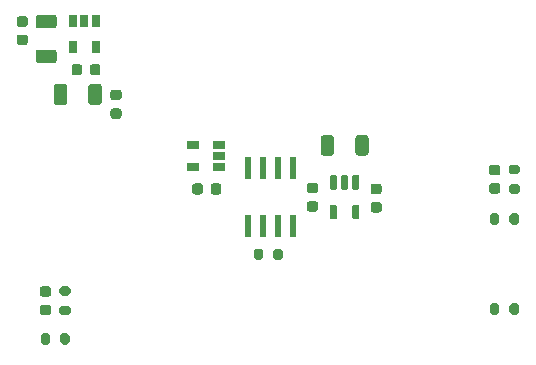
<source format=gbr>
%TF.GenerationSoftware,KiCad,Pcbnew,(5.1.10)-1*%
%TF.CreationDate,2022-09-18T09:06:00-05:00*%
%TF.ProjectId,digi_pot_tracer,64696769-5f70-46f7-945f-747261636572,A*%
%TF.SameCoordinates,Original*%
%TF.FileFunction,Paste,Top*%
%TF.FilePolarity,Positive*%
%FSLAX46Y46*%
G04 Gerber Fmt 4.6, Leading zero omitted, Abs format (unit mm)*
G04 Created by KiCad (PCBNEW (5.1.10)-1) date 2022-09-18 09:06:00*
%MOMM*%
%LPD*%
G01*
G04 APERTURE LIST*
%ADD10R,0.558800X1.981200*%
%ADD11R,1.060000X0.650000*%
%ADD12R,0.650000X1.060000*%
G04 APERTURE END LIST*
D10*
%TO.C,U4*%
X178943000Y-74625200D03*
X180213000Y-74625200D03*
X181483000Y-74625200D03*
X182753000Y-74625200D03*
X182753000Y-79552800D03*
X181483000Y-79552800D03*
X180213000Y-79552800D03*
X178943000Y-79552800D03*
%TD*%
%TO.C,U1*%
G36*
G01*
X187875000Y-77740500D02*
X188288000Y-77740500D01*
G75*
G02*
X188376500Y-77829000I0J-88500D01*
G01*
X188376500Y-78862000D01*
G75*
G02*
X188288000Y-78950500I-88500J0D01*
G01*
X187875000Y-78950500D01*
G75*
G02*
X187786500Y-78862000I0J88500D01*
G01*
X187786500Y-77829000D01*
G75*
G02*
X187875000Y-77740500I88500J0D01*
G01*
G37*
G36*
G01*
X185975000Y-77740500D02*
X186388000Y-77740500D01*
G75*
G02*
X186476500Y-77829000I0J-88500D01*
G01*
X186476500Y-78862000D01*
G75*
G02*
X186388000Y-78950500I-88500J0D01*
G01*
X185975000Y-78950500D01*
G75*
G02*
X185886500Y-78862000I0J88500D01*
G01*
X185886500Y-77829000D01*
G75*
G02*
X185975000Y-77740500I88500J0D01*
G01*
G37*
G36*
G01*
X185975000Y-75230500D02*
X186388000Y-75230500D01*
G75*
G02*
X186476500Y-75319000I0J-88500D01*
G01*
X186476500Y-76352000D01*
G75*
G02*
X186388000Y-76440500I-88500J0D01*
G01*
X185975000Y-76440500D01*
G75*
G02*
X185886500Y-76352000I0J88500D01*
G01*
X185886500Y-75319000D01*
G75*
G02*
X185975000Y-75230500I88500J0D01*
G01*
G37*
G36*
G01*
X186925000Y-75230500D02*
X187338000Y-75230500D01*
G75*
G02*
X187426500Y-75319000I0J-88500D01*
G01*
X187426500Y-76352000D01*
G75*
G02*
X187338000Y-76440500I-88500J0D01*
G01*
X186925000Y-76440500D01*
G75*
G02*
X186836500Y-76352000I0J88500D01*
G01*
X186836500Y-75319000D01*
G75*
G02*
X186925000Y-75230500I88500J0D01*
G01*
G37*
G36*
G01*
X187875000Y-75230500D02*
X188288000Y-75230500D01*
G75*
G02*
X188376500Y-75319000I0J-88500D01*
G01*
X188376500Y-76352000D01*
G75*
G02*
X188288000Y-76440500I-88500J0D01*
G01*
X187875000Y-76440500D01*
G75*
G02*
X187786500Y-76352000I0J88500D01*
G01*
X187786500Y-75319000D01*
G75*
G02*
X187875000Y-75230500I88500J0D01*
G01*
G37*
%TD*%
%TO.C,R7*%
G36*
G01*
X201085000Y-79205500D02*
X201085000Y-78655500D01*
G75*
G02*
X201285000Y-78455500I200000J0D01*
G01*
X201685000Y-78455500D01*
G75*
G02*
X201885000Y-78655500I0J-200000D01*
G01*
X201885000Y-79205500D01*
G75*
G02*
X201685000Y-79405500I-200000J0D01*
G01*
X201285000Y-79405500D01*
G75*
G02*
X201085000Y-79205500I0J200000D01*
G01*
G37*
G36*
G01*
X199435000Y-79205500D02*
X199435000Y-78655500D01*
G75*
G02*
X199635000Y-78455500I200000J0D01*
G01*
X200035000Y-78455500D01*
G75*
G02*
X200235000Y-78655500I0J-200000D01*
G01*
X200235000Y-79205500D01*
G75*
G02*
X200035000Y-79405500I-200000J0D01*
G01*
X199635000Y-79405500D01*
G75*
G02*
X199435000Y-79205500I0J200000D01*
G01*
G37*
%TD*%
%TO.C,R6*%
G36*
G01*
X201085000Y-86825500D02*
X201085000Y-86275500D01*
G75*
G02*
X201285000Y-86075500I200000J0D01*
G01*
X201685000Y-86075500D01*
G75*
G02*
X201885000Y-86275500I0J-200000D01*
G01*
X201885000Y-86825500D01*
G75*
G02*
X201685000Y-87025500I-200000J0D01*
G01*
X201285000Y-87025500D01*
G75*
G02*
X201085000Y-86825500I0J200000D01*
G01*
G37*
G36*
G01*
X199435000Y-86825500D02*
X199435000Y-86275500D01*
G75*
G02*
X199635000Y-86075500I200000J0D01*
G01*
X200035000Y-86075500D01*
G75*
G02*
X200235000Y-86275500I0J-200000D01*
G01*
X200235000Y-86825500D01*
G75*
G02*
X200035000Y-87025500I-200000J0D01*
G01*
X199635000Y-87025500D01*
G75*
G02*
X199435000Y-86825500I0J200000D01*
G01*
G37*
%TD*%
%TO.C,R5*%
G36*
G01*
X162198500Y-88815500D02*
X162198500Y-89365500D01*
G75*
G02*
X161998500Y-89565500I-200000J0D01*
G01*
X161598500Y-89565500D01*
G75*
G02*
X161398500Y-89365500I0J200000D01*
G01*
X161398500Y-88815500D01*
G75*
G02*
X161598500Y-88615500I200000J0D01*
G01*
X161998500Y-88615500D01*
G75*
G02*
X162198500Y-88815500I0J-200000D01*
G01*
G37*
G36*
G01*
X163848500Y-88815500D02*
X163848500Y-89365500D01*
G75*
G02*
X163648500Y-89565500I-200000J0D01*
G01*
X163248500Y-89565500D01*
G75*
G02*
X163048500Y-89365500I0J200000D01*
G01*
X163048500Y-88815500D01*
G75*
G02*
X163248500Y-88615500I200000J0D01*
G01*
X163648500Y-88615500D01*
G75*
G02*
X163848500Y-88815500I0J-200000D01*
G01*
G37*
%TD*%
D11*
%TO.C,U3*%
X174310500Y-74570500D03*
X174310500Y-72670500D03*
X176510500Y-72670500D03*
X176510500Y-73620500D03*
X176510500Y-74570500D03*
%TD*%
D12*
%TO.C,U2*%
X166050000Y-64409500D03*
X164150000Y-64409500D03*
X164150000Y-62209500D03*
X165100000Y-62209500D03*
X166050000Y-62209500D03*
%TD*%
%TO.C,R4*%
G36*
G01*
X180232500Y-81640000D02*
X180232500Y-82190000D01*
G75*
G02*
X180032500Y-82390000I-200000J0D01*
G01*
X179632500Y-82390000D01*
G75*
G02*
X179432500Y-82190000I0J200000D01*
G01*
X179432500Y-81640000D01*
G75*
G02*
X179632500Y-81440000I200000J0D01*
G01*
X180032500Y-81440000D01*
G75*
G02*
X180232500Y-81640000I0J-200000D01*
G01*
G37*
G36*
G01*
X181882500Y-81640000D02*
X181882500Y-82190000D01*
G75*
G02*
X181682500Y-82390000I-200000J0D01*
G01*
X181282500Y-82390000D01*
G75*
G02*
X181082500Y-82190000I0J200000D01*
G01*
X181082500Y-81640000D01*
G75*
G02*
X181282500Y-81440000I200000J0D01*
G01*
X181682500Y-81440000D01*
G75*
G02*
X181882500Y-81640000I0J-200000D01*
G01*
G37*
%TD*%
%TO.C,R3*%
G36*
G01*
X163724000Y-85427000D02*
X163174000Y-85427000D01*
G75*
G02*
X162974000Y-85227000I0J200000D01*
G01*
X162974000Y-84827000D01*
G75*
G02*
X163174000Y-84627000I200000J0D01*
G01*
X163724000Y-84627000D01*
G75*
G02*
X163924000Y-84827000I0J-200000D01*
G01*
X163924000Y-85227000D01*
G75*
G02*
X163724000Y-85427000I-200000J0D01*
G01*
G37*
G36*
G01*
X163724000Y-87077000D02*
X163174000Y-87077000D01*
G75*
G02*
X162974000Y-86877000I0J200000D01*
G01*
X162974000Y-86477000D01*
G75*
G02*
X163174000Y-86277000I200000J0D01*
G01*
X163724000Y-86277000D01*
G75*
G02*
X163924000Y-86477000I0J-200000D01*
G01*
X163924000Y-86877000D01*
G75*
G02*
X163724000Y-87077000I-200000J0D01*
G01*
G37*
%TD*%
%TO.C,R2*%
G36*
G01*
X201760500Y-75140000D02*
X201210500Y-75140000D01*
G75*
G02*
X201010500Y-74940000I0J200000D01*
G01*
X201010500Y-74540000D01*
G75*
G02*
X201210500Y-74340000I200000J0D01*
G01*
X201760500Y-74340000D01*
G75*
G02*
X201960500Y-74540000I0J-200000D01*
G01*
X201960500Y-74940000D01*
G75*
G02*
X201760500Y-75140000I-200000J0D01*
G01*
G37*
G36*
G01*
X201760500Y-76790000D02*
X201210500Y-76790000D01*
G75*
G02*
X201010500Y-76590000I0J200000D01*
G01*
X201010500Y-76190000D01*
G75*
G02*
X201210500Y-75990000I200000J0D01*
G01*
X201760500Y-75990000D01*
G75*
G02*
X201960500Y-76190000I0J-200000D01*
G01*
X201960500Y-76590000D01*
G75*
G02*
X201760500Y-76790000I-200000J0D01*
G01*
G37*
%TD*%
%TO.C,R1*%
G36*
G01*
X188034500Y-73332502D02*
X188034500Y-72082498D01*
G75*
G02*
X188284498Y-71832500I249998J0D01*
G01*
X188909502Y-71832500D01*
G75*
G02*
X189159500Y-72082498I0J-249998D01*
G01*
X189159500Y-73332502D01*
G75*
G02*
X188909502Y-73582500I-249998J0D01*
G01*
X188284498Y-73582500D01*
G75*
G02*
X188034500Y-73332502I0J249998D01*
G01*
G37*
G36*
G01*
X185109500Y-73332502D02*
X185109500Y-72082498D01*
G75*
G02*
X185359498Y-71832500I249998J0D01*
G01*
X185984502Y-71832500D01*
G75*
G02*
X186234500Y-72082498I0J-249998D01*
G01*
X186234500Y-73332502D01*
G75*
G02*
X185984502Y-73582500I-249998J0D01*
G01*
X185359498Y-73582500D01*
G75*
G02*
X185109500Y-73332502I0J249998D01*
G01*
G37*
%TD*%
%TO.C,FB1*%
G36*
G01*
X167510750Y-69565000D02*
X168023250Y-69565000D01*
G75*
G02*
X168242000Y-69783750I0J-218750D01*
G01*
X168242000Y-70221250D01*
G75*
G02*
X168023250Y-70440000I-218750J0D01*
G01*
X167510750Y-70440000D01*
G75*
G02*
X167292000Y-70221250I0J218750D01*
G01*
X167292000Y-69783750D01*
G75*
G02*
X167510750Y-69565000I218750J0D01*
G01*
G37*
G36*
G01*
X167510750Y-67990000D02*
X168023250Y-67990000D01*
G75*
G02*
X168242000Y-68208750I0J-218750D01*
G01*
X168242000Y-68646250D01*
G75*
G02*
X168023250Y-68865000I-218750J0D01*
G01*
X167510750Y-68865000D01*
G75*
G02*
X167292000Y-68646250I0J218750D01*
G01*
X167292000Y-68208750D01*
G75*
G02*
X167510750Y-67990000I218750J0D01*
G01*
G37*
%TD*%
%TO.C,C9*%
G36*
G01*
X162048000Y-85527000D02*
X161548000Y-85527000D01*
G75*
G02*
X161323000Y-85302000I0J225000D01*
G01*
X161323000Y-84852000D01*
G75*
G02*
X161548000Y-84627000I225000J0D01*
G01*
X162048000Y-84627000D01*
G75*
G02*
X162273000Y-84852000I0J-225000D01*
G01*
X162273000Y-85302000D01*
G75*
G02*
X162048000Y-85527000I-225000J0D01*
G01*
G37*
G36*
G01*
X162048000Y-87077000D02*
X161548000Y-87077000D01*
G75*
G02*
X161323000Y-86852000I0J225000D01*
G01*
X161323000Y-86402000D01*
G75*
G02*
X161548000Y-86177000I225000J0D01*
G01*
X162048000Y-86177000D01*
G75*
G02*
X162273000Y-86402000I0J-225000D01*
G01*
X162273000Y-86852000D01*
G75*
G02*
X162048000Y-87077000I-225000J0D01*
G01*
G37*
%TD*%
%TO.C,C8*%
G36*
G01*
X161211499Y-64590500D02*
X162511501Y-64590500D01*
G75*
G02*
X162761500Y-64840499I0J-249999D01*
G01*
X162761500Y-65490501D01*
G75*
G02*
X162511501Y-65740500I-249999J0D01*
G01*
X161211499Y-65740500D01*
G75*
G02*
X160961500Y-65490501I0J249999D01*
G01*
X160961500Y-64840499D01*
G75*
G02*
X161211499Y-64590500I249999J0D01*
G01*
G37*
G36*
G01*
X161211499Y-61640500D02*
X162511501Y-61640500D01*
G75*
G02*
X162761500Y-61890499I0J-249999D01*
G01*
X162761500Y-62540501D01*
G75*
G02*
X162511501Y-62790500I-249999J0D01*
G01*
X161211499Y-62790500D01*
G75*
G02*
X160961500Y-62540501I0J249999D01*
G01*
X160961500Y-61890499D01*
G75*
G02*
X161211499Y-61640500I249999J0D01*
G01*
G37*
%TD*%
%TO.C,C7*%
G36*
G01*
X159579500Y-63317000D02*
X160079500Y-63317000D01*
G75*
G02*
X160304500Y-63542000I0J-225000D01*
G01*
X160304500Y-63992000D01*
G75*
G02*
X160079500Y-64217000I-225000J0D01*
G01*
X159579500Y-64217000D01*
G75*
G02*
X159354500Y-63992000I0J225000D01*
G01*
X159354500Y-63542000D01*
G75*
G02*
X159579500Y-63317000I225000J0D01*
G01*
G37*
G36*
G01*
X159579500Y-61767000D02*
X160079500Y-61767000D01*
G75*
G02*
X160304500Y-61992000I0J-225000D01*
G01*
X160304500Y-62442000D01*
G75*
G02*
X160079500Y-62667000I-225000J0D01*
G01*
X159579500Y-62667000D01*
G75*
G02*
X159354500Y-62442000I0J225000D01*
G01*
X159354500Y-61992000D01*
G75*
G02*
X159579500Y-61767000I225000J0D01*
G01*
G37*
%TD*%
%TO.C,C6*%
G36*
G01*
X164902000Y-66044000D02*
X164902000Y-66544000D01*
G75*
G02*
X164677000Y-66769000I-225000J0D01*
G01*
X164227000Y-66769000D01*
G75*
G02*
X164002000Y-66544000I0J225000D01*
G01*
X164002000Y-66044000D01*
G75*
G02*
X164227000Y-65819000I225000J0D01*
G01*
X164677000Y-65819000D01*
G75*
G02*
X164902000Y-66044000I0J-225000D01*
G01*
G37*
G36*
G01*
X166452000Y-66044000D02*
X166452000Y-66544000D01*
G75*
G02*
X166227000Y-66769000I-225000J0D01*
G01*
X165777000Y-66769000D01*
G75*
G02*
X165552000Y-66544000I0J225000D01*
G01*
X165552000Y-66044000D01*
G75*
G02*
X165777000Y-65819000I225000J0D01*
G01*
X166227000Y-65819000D01*
G75*
G02*
X166452000Y-66044000I0J-225000D01*
G01*
G37*
%TD*%
%TO.C,C5*%
G36*
G01*
X163628500Y-67739499D02*
X163628500Y-69039501D01*
G75*
G02*
X163378501Y-69289500I-249999J0D01*
G01*
X162728499Y-69289500D01*
G75*
G02*
X162478500Y-69039501I0J249999D01*
G01*
X162478500Y-67739499D01*
G75*
G02*
X162728499Y-67489500I249999J0D01*
G01*
X163378501Y-67489500D01*
G75*
G02*
X163628500Y-67739499I0J-249999D01*
G01*
G37*
G36*
G01*
X166578500Y-67739499D02*
X166578500Y-69039501D01*
G75*
G02*
X166328501Y-69289500I-249999J0D01*
G01*
X165678499Y-69289500D01*
G75*
G02*
X165428500Y-69039501I0J249999D01*
G01*
X165428500Y-67739499D01*
G75*
G02*
X165678499Y-67489500I249999J0D01*
G01*
X166328501Y-67489500D01*
G75*
G02*
X166578500Y-67739499I0J-249999D01*
G01*
G37*
%TD*%
%TO.C,C4*%
G36*
G01*
X200084500Y-75240000D02*
X199584500Y-75240000D01*
G75*
G02*
X199359500Y-75015000I0J225000D01*
G01*
X199359500Y-74565000D01*
G75*
G02*
X199584500Y-74340000I225000J0D01*
G01*
X200084500Y-74340000D01*
G75*
G02*
X200309500Y-74565000I0J-225000D01*
G01*
X200309500Y-75015000D01*
G75*
G02*
X200084500Y-75240000I-225000J0D01*
G01*
G37*
G36*
G01*
X200084500Y-76790000D02*
X199584500Y-76790000D01*
G75*
G02*
X199359500Y-76565000I0J225000D01*
G01*
X199359500Y-76115000D01*
G75*
G02*
X199584500Y-75890000I225000J0D01*
G01*
X200084500Y-75890000D01*
G75*
G02*
X200309500Y-76115000I0J-225000D01*
G01*
X200309500Y-76565000D01*
G75*
G02*
X200084500Y-76790000I-225000J0D01*
G01*
G37*
%TD*%
%TO.C,C3*%
G36*
G01*
X175125500Y-76140500D02*
X175125500Y-76640500D01*
G75*
G02*
X174900500Y-76865500I-225000J0D01*
G01*
X174450500Y-76865500D01*
G75*
G02*
X174225500Y-76640500I0J225000D01*
G01*
X174225500Y-76140500D01*
G75*
G02*
X174450500Y-75915500I225000J0D01*
G01*
X174900500Y-75915500D01*
G75*
G02*
X175125500Y-76140500I0J-225000D01*
G01*
G37*
G36*
G01*
X176675500Y-76140500D02*
X176675500Y-76640500D01*
G75*
G02*
X176450500Y-76865500I-225000J0D01*
G01*
X176000500Y-76865500D01*
G75*
G02*
X175775500Y-76640500I0J225000D01*
G01*
X175775500Y-76140500D01*
G75*
G02*
X176000500Y-75915500I225000J0D01*
G01*
X176450500Y-75915500D01*
G75*
G02*
X176675500Y-76140500I0J-225000D01*
G01*
G37*
%TD*%
%TO.C,C2*%
G36*
G01*
X190051500Y-76840500D02*
X189551500Y-76840500D01*
G75*
G02*
X189326500Y-76615500I0J225000D01*
G01*
X189326500Y-76165500D01*
G75*
G02*
X189551500Y-75940500I225000J0D01*
G01*
X190051500Y-75940500D01*
G75*
G02*
X190276500Y-76165500I0J-225000D01*
G01*
X190276500Y-76615500D01*
G75*
G02*
X190051500Y-76840500I-225000J0D01*
G01*
G37*
G36*
G01*
X190051500Y-78390500D02*
X189551500Y-78390500D01*
G75*
G02*
X189326500Y-78165500I0J225000D01*
G01*
X189326500Y-77715500D01*
G75*
G02*
X189551500Y-77490500I225000J0D01*
G01*
X190051500Y-77490500D01*
G75*
G02*
X190276500Y-77715500I0J-225000D01*
G01*
X190276500Y-78165500D01*
G75*
G02*
X190051500Y-78390500I-225000J0D01*
G01*
G37*
%TD*%
%TO.C,C1*%
G36*
G01*
X184154000Y-77414000D02*
X184654000Y-77414000D01*
G75*
G02*
X184879000Y-77639000I0J-225000D01*
G01*
X184879000Y-78089000D01*
G75*
G02*
X184654000Y-78314000I-225000J0D01*
G01*
X184154000Y-78314000D01*
G75*
G02*
X183929000Y-78089000I0J225000D01*
G01*
X183929000Y-77639000D01*
G75*
G02*
X184154000Y-77414000I225000J0D01*
G01*
G37*
G36*
G01*
X184154000Y-75864000D02*
X184654000Y-75864000D01*
G75*
G02*
X184879000Y-76089000I0J-225000D01*
G01*
X184879000Y-76539000D01*
G75*
G02*
X184654000Y-76764000I-225000J0D01*
G01*
X184154000Y-76764000D01*
G75*
G02*
X183929000Y-76539000I0J225000D01*
G01*
X183929000Y-76089000D01*
G75*
G02*
X184154000Y-75864000I225000J0D01*
G01*
G37*
%TD*%
M02*

</source>
